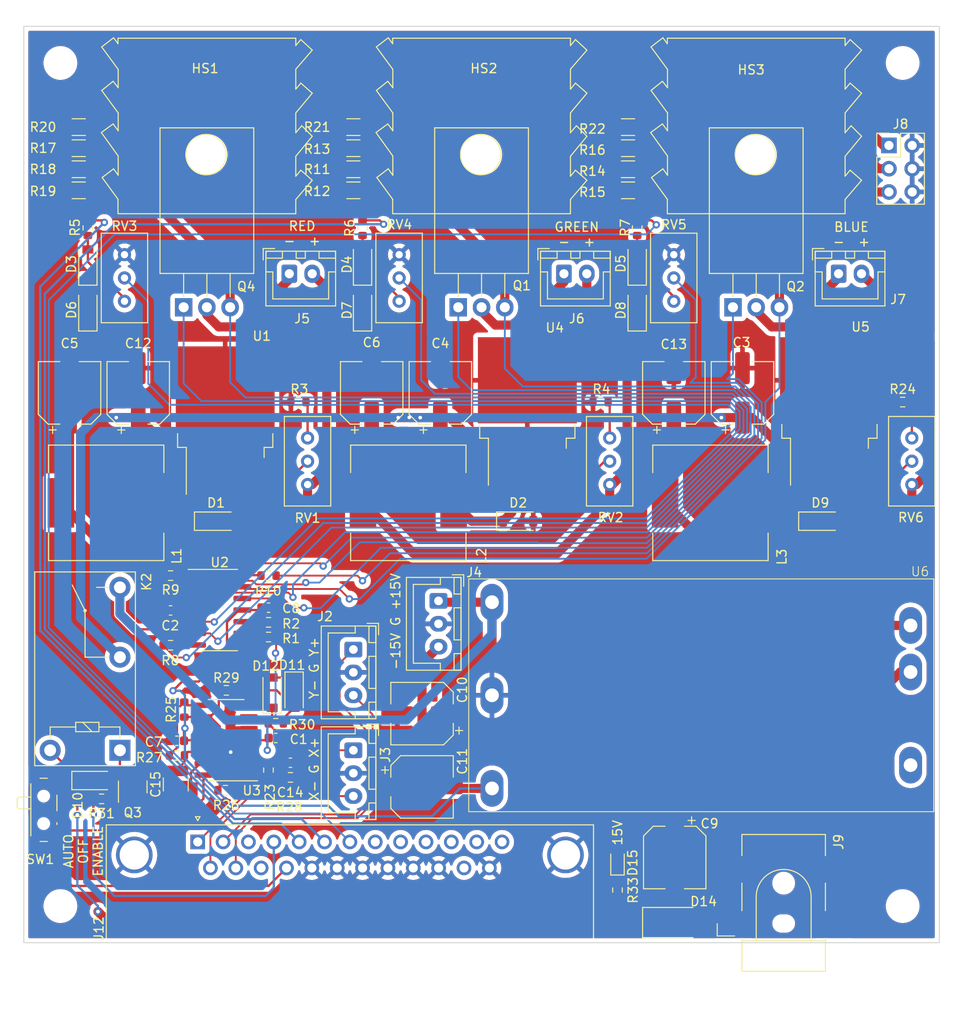
<source format=kicad_pcb>
(kicad_pcb (version 20221018) (generator pcbnew)
  (layers (0 "F.Cu" signal) (31 "B.Cu" signal) (34 "B.Paste" user) (35 "F.Paste" user) (36 "B.SilkS" user "B.Silkscreen") (37 "F.SilkS" user "F.Silkscreen") (38 "B.Mask" user) (39 "F.Mask" user) (44 "Edge.Cuts" user))
  (net 0 "")
  (net 1 "+15V")
  (net 2 "GND")
  (net 3 "+12V")
  (net 4 "Net-(U6-VIN-)")
  (net 5 "X+")
  (net 6 "Net-(U3A--)")
  (net 7 "Net-(U3D-+)")
  (net 8 "Net-(D1-K)")
  (net 9 "Net-(D2-K)")
  (net 10 "VCC")
  (net 11 "Net-(D3-K)")
  (net 12 "Net-(R8-Pad1)")
  (net 13 "Net-(R9-Pad1)")
  (net 14 "Net-(R10-Pad1)")
  (net 15 "Net-(D3-A)")
  (net 16 "Net-(D4-K)")
  (net 17 "Net-(D4-A)")
  (net 18 "Net-(D5-K)")
  (net 19 "Net-(D5-A)")
  (net 20 "-15V")
  (net 21 "Net-(D9-K)")
  (net 22 "Net-(D10-A)")
  (net 23 "Net-(D11-K)")
  (net 24 "Net-(D11-A)")
  (net 25 "Net-(D12-K)")
  (net 26 "Net-(J5-Pin_1)")
  (net 27 "V1")
  (net 28 "V2")
  (net 29 "V3")
  (net 30 "Net-(J6-Pin_1)")
  (net 31 "Net-(J7-Pin_1)")
  (net 32 "Net-(J8-Pin_1)")
  (net 33 "Net-(J8-Pin_3)")
  (net 34 "Net-(J8-Pin_5)")
  (net 35 "Y+")
  (net 37 "INTERLOCK1")
  (net 38 "RED")
  (net 39 "GREEN")
  (net 40 "BLUE")
  (net 44 "Net-(R3-Pad2)")
  (net 45 "Net-(R4-Pad2)")
  (net 46 "Net-(R23-Pad2)")
  (net 50 "X-")
  (net 51 "MOTOR_ON")
  (net 52 "Y-")
  (net 54 "INTERLOCK2")
  (net 56 "Net-(Q1-B)")
  (net 57 "Net-(Q1-E)")
  (net 58 "Net-(R24-Pad2)")
  (net 59 "Net-(Q2-B)")
  (net 60 "Net-(R25-Pad2)")
  (net 61 "Net-(Q2-E)")
  (net 62 "Net-(Q3-G)")
  (net 63 "Net-(Q4-B)")
  (net 64 "Net-(Q4-E)")
  (net 65 "Net-(U2C-+)")
  (net 66 "Net-(U3C--)")
  (net 67 "Net-(U1-FB)")
  (net 68 "Net-(U4-FB)")
  (net 69 "Net-(U2B-+)")
  (net 70 "Net-(U2A-+)")
  (net 71 "Net-(U2D-+)")
  (net 72 "Net-(U5-FB)")
  (net 73 "Net-(U2C--)")
  (net 74 "Net-(D14-A)")
  (net 76 "Net-(D15-K)")
  (footprint "Capacitor_SMD:CP_Elec_6.3x7.7" (layer "F.Cu") (at 12.5 40 90)
    (fp_text reference "C12")
    (fp_text value "220u")
  )
  (footprint "Resistor_SMD:R_1206_3216Metric" (layer "F.Cu") (at 36 13.3 180)
    (fp_text reference "R13")
    (fp_text value "10R")
  )
  (footprint "Resistor_SMD:R_0603_1608Metric" (layer "F.Cu") (at 26.725 81.16 -90)
    (fp_text reference "R23")
    (fp_text value "5k")
  )
  (footprint "Capacitor_SMD:CP_Elec_6.3x7.7" (layer "F.Cu") (at 43.5 75 180)
    (fp_text reference "C10")
    (fp_text value "220u")
  )
  (footprint "Package_TO_SOT_THT:TO-220-3_Horizontal_TabDown" (layer "F.Cu") (at 77.46 30.66)
    (fp_text reference "Q2")
    (fp_text value "TIP120")
  )
  (footprint "Package_TO_SOT_SMD:SOT-23" (layer "F.Cu") (at 11.9 83 90)
    (fp_text reference "Q3")
    (fp_text value "2N7002")
  )
  (footprint "Connector_JST:JST_XH_B3B-XH-A_1x03_P2.50mm_Vertical" (layer "F.Cu") (at 36 68 -90)
    (fp_text reference "J2")
    (fp_text value "Conn_01x03")
  )
  (footprint "Relay_THT:Relay_SPST_Omron-G5Q-1A" (layer "F.Cu") (at 10.5 79 90)
    (fp_text reference "K2")
    (fp_text value "G5Q-1A-DC12")
  )
  (footprint "Resistor_SMD:R_0603_1608Metric" (layer "F.Cu") (at 7 22 90)
    (fp_text reference "R5")
    (fp_text value "33k")
  )
  (footprint "Resistor_SMD:R_0603_1608Metric" (layer "F.Cu") (at 30 41)
    (fp_text reference "R3")
    (fp_text value "1.2k")
  )
  (footprint "Heatsink:Heatsink_AAVID_TV5G_TO220_Horizontal" (layer "F.Cu") (at 80 14 180)
    (fp_text reference "HS3")
    (fp_text value "Heatsink")
  )
  (footprint "Diode_SMD:D_SOD-123" (layer "F.Cu") (at 29.525 72.71 -90)
    (fp_text reference "D11")
    (fp_text value "1N4148W")
  )
  (footprint "Resistor_SMD:R_1206_3216Metric" (layer "F.Cu") (at 6 17.9 180)
    (fp_text reference "R19")
    (fp_text value "10R")
  )
  (footprint "Package_TO_SOT_SMD:TO-263-5_TabPin3" (layer "F.Cu") (at 22 43 90)
    (fp_text reference "U1")
    (fp_text value "LM2576S-ADJ")
  )
  (footprint "Connector_JST:JST_XH_B2B-XH-A_1x02_P2.50mm_Vertical" (layer "F.Cu") (at 59 27)
    (fp_text reference "J6")
    (fp_text value "Conn_01x02")
  )
  (footprint "Potentiometer_THT:Potentiometer_Bourns_3296W_Vertical" (layer "F.Cu") (at 31 50 -90)
    (fp_text reference "RV1")
    (fp_text value "10k")
  )
  (footprint "Potentiometer_THT:Potentiometer_Bourns_3296W_Vertical" (layer "F.Cu") (at 64 50 -90)
    (fp_text reference "RV2")
    (fp_text value "10k")
  )
  (footprint "Resistor_SMD:R_0603_1608Metric" (layer "F.Cu") (at 26.735 65.04 180)
    (fp_text reference "R2")
    (fp_text value "10k")
  )
  (footprint "Connector_PinHeader_2.54mm:PinHeader_2x03_P2.54mm_Vertical" (layer "F.Cu") (at 94.5 13)
    (fp_text reference "J8")
    (fp_text value "Conn_02x03_Odd_Even")
  )
  (footprint "Diode_SMD:D_SOD-123" (layer "F.Cu") (at 54 54)
    (fp_text reference "D2")
    (fp_text value "1N5819WS")
  )
  (footprint "Diode_SMD:D_SOD-123" (layer "F.Cu") (at 67 31 90)
    (fp_text reference "D8")
    (fp_text value "1N4148W")
  )
  (footprint "Resistor_SMD:R_0603_1608Metric" (layer "F.Cu") (at 26.735 66.64)
    (fp_text reference "R1")
    (fp_text value "10k")
  )
  (footprint "Potentiometer_THT:Potentiometer_Bourns_3296W_Vertical" (layer "F.Cu") (at 11 30 -90)
    (fp_text reference "RV3")
    (fp_text value "10k")
  )
  (footprint "Resistor_SMD:R_0603_1608Metric" (layer "F.Cu") (at 27.525 76.06 180)
    (fp_text reference "R30")
    (fp_text value "1k")
  )
  (footprint "Resistor_SMD:R_0603_1608Metric" (layer "F.Cu") (at 16.725 79.56)
    (fp_text reference "R27")
    (fp_text value "1k")
  )
  (footprint "Capacitor_SMD:C_1210_3225Metric" (layer "F.Cu") (at 16.6 82.725 90)
    (fp_text reference "C15")
    (fp_text value "47u")
  )
  (footprint "Resistor_SMD:R_1206_3216Metric" (layer "F.Cu") (at 36 17.9 180)
    (fp_text reference "R12")
    (fp_text value "10R")
  )
  (footprint "Diode_SMD:D_SMA" (layer "F.Cu") (at 71.1 97.8)
    (fp_text reference "D14")
    (fp_text value "SS54")
  )
  (footprint "Resistor_SMD:R_1206_3216Metric" (layer "F.Cu") (at 6 13.3 180)
    (fp_text reference "R17")
    (fp_text value "10R")
  )
  (footprint "Resistor_SMD:R_1206_3216Metric" (layer "F.Cu") (at 36 11)
    (fp_text reference "R21")
    (fp_text value "10R")
  )
  (footprint "Diode_SMD:D_SOD-123" (layer "F.Cu") (at 21 54)
    (fp_text reference "D1")
    (fp_text value "1N5819WS")
  )
  (footprint "Connector_BarrelJack:BarrelJack_CLIFF_FC681465S_SMT_Horizontal" (layer "F.Cu") (at 83 95 90)
    (fp_text reference "J9")
    (fp_text value "Barrel_Jack_Switch")
  )
  (footprint "MountingHole:MountingHole_3.2mm_M3" (layer "F.Cu") (at 96 96)
    (fp_text reference "H4")
    (fp_text value "MountingHole")
  )
  (footprint "Resistor_SMD:R_1206_3216Metric" (layer "F.Cu") (at 66 13.3 180)
    (fp_text reference "R16")
    (fp_text value "10R")
  )
  (footprint "Resistor_SMD:R_1206_3216Metric" (layer "F.Cu") (at 66 17.9 180)
    (fp_text reference "R15")
    (fp_text value "10R")
  )
  (footprint "MountingHole:MountingHole_3.2mm_M3" (layer "F.Cu") (at 4 4)
    (fp_text reference "H2")
    (fp_text value "MountingHole")
  )
  (footprint "Inductor_SMD:L_12x12mm_H8mm" (layer "F.Cu") (at 9 52 180)
    (fp_text reference "L1")
    (fp_text value "150uH")
  )
  (footprint "Capacitor_SMD:CP_Elec_6.3x7.7" (layer "F.Cu") (at 71.1 90.7 -90)
    (fp_text reference "C9")
    (fp_text value "220u")
  )
  (footprint "Resistor_SMD:R_0603_1608Metric" (layer "F.Cu") (at 16.035 67.54 180)
    (fp_text reference "R8")
    (fp_text value "100")
  )
  (footprint "Resistor_SMD:R_0603_1608Metric" (layer "F.Cu") (at 16.035 59.94 180)
    (fp_text reference "R9")
    (fp_text value "100")
  )
  (footprint "Diode_SMD:D_SOD-123" (layer "F.Cu") (at 67 26 90)
    (fp_text reference "D5")
    (fp_text value "1N4148W")
  )
  (footprint "Resistor_SMD:R_1206_3216Metric" (layer "F.Cu") (at 6 15.6 180)
    (fp_text reference "R18")
    (fp_text value "10R")
  )
  (footprint "Diode_SMD:D_SOD-123" (layer "F.Cu") (at 37 31 90)
    (fp_text reference "D7")
    (fp_text value "1N4148W")
  )
  (footprint "Diode_SMD:D_SOD-123" (layer "F.Cu") (at 7.5 82.3)
    (fp_text reference "D10")
    (fp_text value "1N4148W")
  )
  (footprint "Capacitor_SMD:CP_Elec_6.3x7.7" (layer "F.Cu") (at 45.5 40 90)
    (fp_text reference "C4")
    (fp_text value "220u")
  )
  (footprint "Inductor_SMD:L_12x12mm_H8mm" (layer "F.Cu") (at 42 52 180)
    (fp_text reference "L2")
    (fp_text value "150uH")
  )
  (footprint "Resistor_SMD:R_1206_3216Metric" (layer "F.Cu") (at 36 15.6 180)
    (fp_text reference "R11")
    (fp_text value "10R")
  )
  (footprint "Potentiometer_THT:Potentiometer_Bourns_3296W_Vertical" (layer "F.Cu") (at 71 30 -90)
    (fp_text reference "RV5")
    (fp_text value "10k")
  )
  (footprint "Diode_SMD:D_SOD-123" (layer "F.Cu") (at 37 26 90)
    (fp_text reference "D4")
    (fp_text value "1N4148W")
  )
  (footprint "Package_TO_SOT_THT:TO-220-3_Horizontal_TabDown" (layer "F.Cu") (at 47.46 30.66)
    (fp_text reference "Q1")
    (fp_text value "TIP120")
  )
  (footprint "Resistor_SMD:R_0603_1608Metric" (layer "F.Cu") (at 67 22 90)
    (fp_text reference "R7")
    (fp_text value "33k")
  )
  (footprint "MountingHole:MountingHole_3.2mm_M3" (layer "F.Cu") (at 4 96)
    (fp_text reference "H3")
    (fp_text value "MountingHole")
  )
  (footprint "Package_SO:SOIC-14_3.9x8.7mm_P1.27mm" (layer "F.Cu") (at 21.4 63.7)
    (fp_text reference "U2")
    (fp_text value "LM324")
  )
  (footprint "Resistor_SMD:R_0603_1608Metric" (layer "F.Cu") (at 37 22 90)
    (fp_text reference "R6")
    (fp_text value "33k")
  )
  (footprint "Potentiometer_THT:Potentiometer_Bourns_3296W_Vertical" (layer "F.Cu") (at 97 50 -90)
    (fp_text reference "RV6")
    (fp_text value "10k")
  )
  (footprint "Resistor_SMD:R_0603_1608Metric" (layer "F.Cu") (at 96 41)
    (fp_text reference "R24")
    (fp_text value "1.2k")
  )
  (footprint "MountingHole:MountingHole_3.2mm_M3" (layer "F.Cu") (at 96 4)
    (fp_text reference "H1")
    (fp_text value "MountingHole")
  )
  (footprint "Capacitor_SMD:CP_Elec_6.3x7.7" (layer "F.Cu") (at 38 40 90)
    (fp_text reference "C6")
    (fp_text value "220u")
  )
  (footprint "Connector_JST:JST_XH_B2B-XH-A_1x02_P2.50mm_Vertical" (layer "F.Cu") (at 89 27)
    (fp_text reference "J7")
    (fp_text value "Conn_01x02")
  )
  (footprint "Button_Switch_SMD:SW_SPDT_PCM12" (layer "F.Cu") (at 2.5 85.5 -90)
    (fp_text reference "SW1")
    (fp_text value "SW_SPDT")
  )
  (footprint "Resistor_SMD:R_1206_3216Metric" (layer "F.Cu") (at 66 15.6 180)
    (fp_text reference "R14")
    (fp_text value "10R")
  )
  (footprint "Capacitor_SMD:C_0603_1608Metric" (layer "F.Cu") (at 16.725 77.96 180)
    (fp_text reference "C7")
    (fp_text value "100n")
  )
  (footprint "Package_TO_SOT_THT:TO-220-3_Horizontal_TabDown" (layer "F.Cu") (at 17.46 30.66)
    (fp_text reference "Q4")
    (fp_text value "TIP120")
  )
  (footprint "Connector_JST:JST_XH_B3B-XH-A_1x03_P2.50mm_Vertical" (layer "F.Cu") (at 36 79 -90)
    (fp_text reference "J3")
    (fp_text value "Conn_01x03")
  )
  (footprint "Capacitor_SMD:CP_Elec_6.3x7.7" (layer "F.Cu") (at 43.5 83)
    (fp_text reference "C11")
    (fp_text value "220u")
  )
  (footprint "LED_SMD:LED_0603_1608Metric" (layer "F.Cu") (at 64.85 91.125 90)
    (fp_text reference "D15")
    (fp_text value "LED")
  )
  (footprint "Potentiometer_THT:Potentiometer_Bourns_3296W_Vertical" (layer "F.Cu") (at 41 30 -90)
    (fp_text reference "RV4")
    (fp_text value "10k")
  )
  (footprint "Heatsink:Heatsink_AAVID_TV5G_TO220_Horizontal" (layer "F.Cu") (at 20 14 180)
    (fp_text reference "HS1")
    (fp_text value "Heatsink")
  )
  (footprint "Resistor_SMD:R_0603_1608Metric" (layer "F.Cu") (at 22.025 83.36 180)
    (fp_text reference "R26")
    (fp_text value "1k")
  )
  (footprint "Package_SO:SOIC-14_3.9x8.7mm_P1.27mm" (layer "F.Cu") (at 22.1 77.9 180)
    (fp_text reference "U3")
    (fp_text value "LM324")
  )
  (footprint "Heatsink:Heatsink_AAVID_TV5G_TO220_Horizontal" (layer "F.Cu") (at 50 14 180)
    (fp_text reference "HS2")
    (fp_text value "Heatsink")
  )
  (footprint "Diode_SMD:D_SOD-123" (layer "F.Cu") (at 27.125 72.71 90)
    (fp_text reference "D12")
    (fp_text value "1N4148W")
  )
  (footprint "Connector_Dsub:DSUB-25_Male_Horizontal_P2.77x2.84mm_EdgePinOffset7.70mm_Housed_MountingHolesOffset9.12mm" (layer "F.Cu") (at 19 89)
    (fp_text reference "J12")
    (fp_text value "DB25_Plug_MountingHoles")
  )
  (footprint "Resistor_SMD:R_0603_1608Metric" (layer "F.Cu") (at 63 41)
    (fp_text reference "R4")
    (fp_text value "1.2k")
  )
  (footprint "Capacitor_SMD:CP_Elec_6.3x7.7" (layer "F.Cu") (at 78.5 40 90)
    (fp_text reference "C3")
    (fp_text value "220u")
  )
  (footprint "Resistor_SMD:R_1206_3216Metric" (layer "F.Cu") (at 6 11)
    (fp_text reference "R20")
    (fp_text value "10R")
  )
  (footprint "Diode_SMD:D_SOD-123" (layer "F.Cu") (at 87 54)
    (fp_text reference "D9")
    (fp_text value "1N5819WS")
  )
  (footprint "Capacitor_SMD:CP_Elec_6.3x7.7" (layer "F.Cu") (at 71 40 90)
    (fp_text reference "C13")
    (fp_text value "220u")
  )
  (footprint "Capacitor_SMD:C_0603_1608Metric" (layer "F.Cu") (at 27.525 77.66)
    (fp_text reference "C1")
    (fp_text value "100n")
  )
  (footprint "Resistor_SMD:R_1206_3216Metric" (layer "F.Cu") (at 66 11)
    (fp_text reference "R22")
    (fp_text value "10R")
  )
  (footprint "Connector_JST:JST_XH_B3B-XH-A_1x03_P2.50mm_Vertical" (layer "F.Cu") (at 45.3 62.7 -90)
    (fp_text reference "J4")
    (fp_text value "Conn_01x03")
  )
  (footprint "Inductor_SMD:L_12x12mm_H8mm" (layer "F.Cu") (at 75 52 180)
    (fp_text reference "L3")
    (fp_text value "150uH")
  )
  (footprint "Capacitor_SMD:CP_Elec_6.3x7.7" (layer "F.Cu") (at 5 40 90)
    (fp_text reference "C5")
    (fp_text value "220u")
  )
  (footprint "Diode_SMD:D_SOD-123" (layer "F.Cu") (at 7 31 90)
    (fp_text reference "D6")
    (fp_text value "1N4148W")
  )
  (footprint "Capacitor_SMD:C_0603_1608Metric" (layer "F.Cu") (at 26.735 63.44)
    (fp_text reference "C8")
    (fp_text value "100n")
  )
  (footprint "Resistor_SMD:R_0603_1608Metric" (layer "F.Cu") (at 22.125 72.46 180)
    (fp_text reference "R29")
    (fp_text value "500")
  )
  (footprint "AlexCustom:PYBE30-Q24-D15" (layer "F.Cu") (at 74 73 180)
    (fp_text reference "U6")
    (fp_text value "TEN20-2422WIN")
  )
  (footprint "Package_TO_SOT_SMD:TO-263-5_TabPin3" (layer "F.Cu") (at 88 42 90)
    (fp_text reference "U5")
    (fp_text value "LM2576S-ADJ")
  )
  (footprint "Resistor_SMD:R_0603_1608Metric" (layer "F.Cu") (at 8.5 84.3)
    (fp_text reference "R31")
    (fp_text value "100")
  )
  (footprint "Capacitor_SMD:C_0603_1608Metric" (layer "F.Cu") (at 16.035 63.74 180)
    (fp_text reference "C2")
    (fp_text value "100n")
  )
  (footprint "Resistor_SMD:R_0603_1608Metric" (layer "F.Cu") (at 64.85 94.25 -90)
    (fp_text reference "R33")
    (fp_text value "680")
  )
  (footprint "Package_TO_SOT_SMD:TO-263-5_TabPin3" (layer "F.Cu") (at 55 42 90)
    (fp_text reference "U4")
    (fp_text value "LM2576S-ADJ")
  )
  (footprint "Capacitor_SMD:C_0603_1608Metric" (layer "F.Cu") (at 29.125 80.36 180)
    (fp_text reference "C14")
    (fp_text value "2u")
  )
  (footprint "Connector_JST:JST_XH_B2B-XH-A_1x02_P2.50mm_Vertical" (layer "F.Cu") (at 29 27)
    (fp_text reference "J5")
    (fp_text value "Conn_01x02")
  )
  (footprint "Resistor_SMD:R_0603_1608Metric" (layer "F.Cu") (at 17.525 74.56 90)
    (fp_text reference "R25")
    (fp_text value "1k")
  )
  (footprint "Resistor_SMD:R_0603_1608Metric" (layer "F.Cu") (at 29.125 81.96)
    (fp_text reference "R28")
    (fp_text value "1k")
  )
  (footprint "Resistor_SMD:R_0603_1608Metric" (layer "F.Cu") (at 26.735 59.94)
    (fp_text reference "R10")
    (fp_text value "100")
  )
  (footprint "Diode_SMD:D_SOD-123" (layer "F.Cu") (at 7 26 90)
    (fp_text reference "D3")
    (fp_text value "1N4148W")
  )
  (gr_rect (start 0 0) (end 100 100) (stroke (width 0.1)) (fill none) (layer "Edge.Cuts"))
  (gr_text "X- G X+" (at 32.3 84.6 90) (layer "F.SilkS") (effects (font (size 1 1)) (justify left bottom)))
  (gr_text "-15V G +15V" (at 41.2 70.3 90) (layer "F.SilkS") (effects (font (size 1 1)) (justify left bottom)))
  (gr_text "AUTO\nOFF\nENABLE" (at 8.7 90 90) (layer "F.SilkS") (effects (font (size 1 1)) (justify bottom)))
  (gr_text "Y- G Y+" (at 32.3 73.5 90) (layer "F.SilkS") (effects (font (size 1 1)) (justify left bottom)))
  (gr_text "15V" (at 65.45 89.475 90) (layer "F.SilkS") (effects (font (size 1 1)) (justify left bottom)))
  (gr_text "BLUE\n-  +" (at 90.4 24.1) (layer "F.SilkS") (effects (font (size 1 1)) (justify bottom)))
  (gr_text "RED\n-  +" (at 30.4 24) (layer "F.SilkS") (effects (font (size 1 1)) (justify bottom)))
  (gr_text "GREEN\n-  +" (at 60.4 24.1) (layer "F.SilkS") (effects (font (size 1 1)) (justify bottom)))
  (segment (start 26.6 77.81) (end 26.6 79) (width 0.25) (layer "F.Cu") (net 1))
  (segment (start 18.885 63.74) (end 18.925 63.7) (width 0.25) (layer "F.Cu") (net 1))
  (segment (start 64.85 90.3375) (end 63.7375 90.3375) (width 0.25) (layer "F.Cu") (net 1))
  (segment (start 46.2 72.2) (end 51.14 67.26) (width 1) (layer "F.Cu") (net 1))
  (segment (start 27.56 68.34) (end 27.5 68.4) (width 0.2) (layer "F.Cu") (net 1))
  (segment (start 10.5 64.1) (end 10.5 61.22) (width 0.25) (layer "F.Cu") (net 1))
  (segment (start 63.7375 90.3375) (end 48.4 75) (width 0.25) (layer "F.Cu") (net 1))
  (segment (start 51.14 62.84) (end 45.44 62.84) (width 1) (layer "F.Cu") (net 1))
  (segment (start 12.2 65.8) (end 10.5 64.1) (width 0.25) (layer "F.Cu") (net 1))
  (segment (start 24.575 77.9) (end 26.51 77.9) (width 0.25) (layer "F.Cu") (net 1))
  (segment (start 27.56 66.64) (end 27.56 68.34) (width 0.2) (layer "F.Cu") (net 1))
  (segment (start 48.4 75) (end 46.2 75) (width 0.25) (layer "F.Cu") (net 1))
  (segment (start 16.81 64.89) (end 15.9 65.8) (width 0.25) (layer "F.Cu") (net 1))
  (segment (start 16.81 63.74) (end 18.885 63.74) (width 0.25) (layer "F.Cu") (net 1))
  (segment (start 26.75 77.66) (end 26.6 77.81) (width 0.25) (layer "F.Cu") (net 1))
  (segment (start 45.44 62.84) (end 45.3 62.7) (width 1) (layer "F.Cu") (net 1))
  (segment (start 51.14 67.26) (end 51.14 62.84) (width 1) (layer "F.Cu") (net 1))
  (segment (start 46.2 75) (end 46.2 72.2) (width 1) (layer "F.Cu") (net 1))
  (segment (start 26.51 77.9) (end 26.75 77.66) (width 0.25) (layer "F.Cu") (net 1))
  (segment (start 16.81 63.74) (end 16.81 64.89) (width 0.25) (layer "F.Cu") (net 1))
  (segment (start 15.9 65.8) (end 12.2 65.8) (width 0.25) (layer "F.Cu") (net 1))
  (via (at 26.6 79) (size 0.8) (drill 0.4) (layers "F.Cu" "B.Cu") (net 1))
  (via (at 27.5 68.4) (size 0.8) (drill 0.4) (layers "F.Cu" "B.Cu") (net 1))
  (segment (start 26.6 75.7) (end 22.1 75.7) (width 1) (layer "B.Cu") (net 1))
  (segment (start 41.8 75.7) (end 27.5 75.7) (width 1) (layer "B.Cu") (net 1))
  (segment (start 10.5 64.1) (end 10.5 61.22) (width 1) (layer "B.Cu") (net 1))
  (segment (start 27.5 75.7) (end 26.6 75.7) (width 1) (layer "B.Cu") (net 1))
  (segment (start 51.14 62.84) (end 51.14 66.36) (width 1) (layer "B.Cu") (net 1))
  (segment (start 27.5 68.4) (end 27.5 75.7) (width 0.2) (layer "B.Cu") (net 1))
  (segment (start 22.1 75.7) (end 10.5 64.1) (width 1) (layer "B.Cu") (net 1))
  (segment (start 51.14 66.36) (end 41.8 75.7) (width 1) (layer "B.Cu") (net 1))
  (segment (start 26.6 79) (end 26.6 75.7) (width 0.25) (layer "B.Cu") (net 1))
  (segment (start 19.248249 80.44) (end 18.275 81.413249) (width 0.25) (layer "F.Cu") (net 2))
  (segment (start 19.625 76.63) (end 20.23 76.63) (width 0.2) (layer "F.Cu") (net 2))
  (segment (start 19.625 80.44) (end 19.248249 80.44) (width 0.25) (layer "F.Cu") (net 2))
  (segment (start 20.975 79.825) (end 20.36 80.44) (width 0.2) (layer "F.Cu") (net 2))
  (segment (start 18.275 81.413249) (end 18.275 82.525) (width 0.25) (layer "F.Cu") (net 2))
  (segment (start 18.275 82.525) (end 16.6 84.2) (width 0.25) (layer "F.Cu") (net 2))
  (segment (start 20.975 77.375) (end 20.975 79.825) (width 0.2) (layer "F.Cu") (net 2))
  (segment (start 20.23 76.63) (end 20.975 77.375) (width 0.2) (layer "F.Cu") (net 2))
  (segment (start 20.36 80.44) (end 19.625 80.44) (width 0.2) (layer "F.Cu") (net 2))
  (via (at 22.6 79.2) (size 0.8) (drill 0.4) (layers "F.Cu" "B.Cu") (net 2))
  (segment (start 93.72 65.38) (end 71.1 88) (width 1) (layer "F.Cu") (net 3))
  (segment (start 96.86 65.44) (end 96.86 65.38) (width 1) (layer "F.Cu") (net 3))
  (segment (start 3.93 83.25) (end 4.9 83.25) (width 0.25) (layer "F.Cu") (net 3))
  (segment (start 9.1 97.6) (end 68.9 97.6) (width 1) (layer "F.Cu") (net 3))
  (segment (start 8.1 96.6) (end 9.1 97.6) (width 1) (layer "F.Cu") (net 3))
  (segment (start 2.88 79) (end 5.85 81.97) (width 0.25) (layer "F.Cu") (net 3))
  (segment (start 5.85 81.97) (end 5.85 82.3) (width 0.25) (layer "F.Cu") (net 3))
  (segment (start 4.9 83.25) (end 5.85 82.3) (width 0.25) (layer "F.Cu") (net 3))
  (segment (start 96.86 65.38) (end 93.72 65.38) (width 1) (layer "F.Cu") (net 3))
  (segment (start 68.9 97.6) (end 69.1 97.8) (width 1) (layer "F.Cu") (net 3))
  (segment (start 5.85 82.3) (end 5.85 86.05) (width 0.25) (layer "F.Cu") (net 3))
  (segment (start 69.1 90) (end 71.1 88) (width 1) (layer "F.Cu") (net 3))
  (segment (start 69.1 97.8) (end 69.1 90) (width 1) (layer "F.Cu") (net 3))
  (via (at 8.1 96.6) (size 0.8) (drill 0.4) (layers "F.Cu" "B.Cu") (net 3))
  (via (at 5.85 86.05) (size 0.8) (drill 0.4) (layers "F.Cu" "B.Cu") (net 3))
  (segment (start 5.85 86.05) (end 5.85 93.75) (width 0.25) (layer "B.Cu") (net 3))
  (segment (start 5.85 93.75) (end 8.1 96) (width 0.25) (layer "B.Cu") (net 3))
  (segment (start 8.1 96) (end 8.1 96.6) (width 0.25) (layer "B.Cu") (net 3))
  (segment (start 85.3 80.9) (end 85.3 88.8) (width 1) (layer "F.Cu") (net 4))
  (segment (start 85.3 88.8) (end 88.5 92) (width 1) (layer "F.Cu") (net 4))
  (segment (start 88.5 92) (end 88.5 98) (width 1) (layer "F.Cu") (net 4))
  (segment (start 95.74 70.46) (end 85.3 80.9) (width 1) (layer "F.Cu") (net 4))
  (segment (start 75.7 88.8) (end 85.3 88.8) (width 1) (layer "F.Cu") (net 4))
  (segment (start 71.1 93.4) (end 75.7 88.8) (width 1) (layer "F.Cu") (net 4))
  (segment (start 96.86 70.46) (end 95.74 70.46) (width 1) (layer "F.Cu") (net 4))
  (segment (start 30 83.5) (end 30.8 82.7) (width 0.2) (layer "F.Cu") (net 5))
  (segment (start 31.26 79) (end 36 79) (width 0.2) (layer "F.Cu") (net 5))
  (segment (start 30.8 81.26) (end 29.9 80.36) (width 0.2) (layer "F.Cu") (net 5))
  (segment (start 30.8 82.7) (end 30.8 81.26) (width 0.2) (layer "F.Cu") (net 5))
  (segment (start 29.9 80.36) (end 31.26 79) (width 0.2) (layer "F.Cu") (net 5))
  (segment (start 19 89) (end 24.5 83.5) (width 0.2) (layer "F.Cu") (net 5))
  (segment (start 24.5 83.5) (end 30 83.5) (width 0.2) (layer "F.Cu") (net 5))
  (segment (start 26.62 80.44) (end 26.725 80.335) (width 0.25) (layer "F.Cu") (net 6))
  (segment (start 24.575 80.44) (end 26.62 80.44) (width 0.25) (layer "F.Cu") (net 6))
  (segment (start 26.725 80.335) (end 28.325 80.335) (width 0.25) (layer "F.Cu") (net 6))
  (segment (start 28.325 80.335) (end 28.35 80.36) (width 0.25) (layer "F.Cu") (net 6))
  (segment (start 17.94 79.17) (end 17.55 79.56) (width 0.25) (layer "F.Cu") (net 7))
  (segment (start 19.625 79.17) (end 17.94 79.17) (width 0.25) (layer "F.Cu") (net 7))
  (segment (start 17.55 80.3) (end 16.6 81.25) (width 0.25) (layer "F.Cu") (net 7))
  (segment (start 17.55 79.56) (end 17.55 80.3) (width 0.25) (layer "F.Cu") (net 7))
  (segment (start 19.35 54) (end 15.95 54) (width 1) (layer "F.Cu") (net 8))
  (segment (start 20.3 48.775) (end 20.3 53.05) (width 1) (layer "F.Cu") (net 8))
  (segment (start 15.95 54) (end 13.95 52) (width 1) (layer "F.Cu") (net 8))
  (segment (start 20.3 53.05) (end 19.35 54) (width 1) (layer "F.Cu") (net 8))
  (segment (start 53.3 53.05) (end 52.35 54) (width 1) (layer "F.Cu") (net 9))
  (segment (start 53.3 47.775) (end 53.3 53.05) (width 1) (layer "F.Cu") (net 9))
  (segment (start 52.35 54) (end 48.95 54) (width 1) (layer "F.Cu") (net 9))
  (segment (start 48.95 54) (end 46.95 52) (width 1) (layer "F.Cu") (net 9))
  (segment (start 12.525 42.7) (end 18.6 48.775) (width 1) (layer "F.Cu") (net 10))
  (segment (start 78.5 42.7) (end 79.525 42.7) (width 1) (layer "F.Cu") (net 10))
  (segment (start 78.5 42.7) (end 76.2 42.7) (width 1) (layer "F.Cu") (net 10))
  (segment (start 12.5 42.7) (end 10.1 42.7) (width 1) (layer "F.Cu") (net 10))
  (segment (start 79.525 42.7) (end 84.6 47.775) (width 1) (layer "F.Cu") (net 10))
  (segment (start 45.5 42.7) (end 46.525 42.7) (width 1) (layer "F.Cu") (net 10))
  (segment (start 46.525 42.7) (end 51.6 47.775) (width 1) (layer "F.Cu") (net 10))
  (segment (start 45.5 42.7) (end 43.3 42.7) (width 1) (layer "F.Cu") (net 10))
  (segment (start 12.5 42.7) (end 12.525 42.7) (width 1) (layer "F.Cu") (net 10))
  (segment (start 43.3 42.7) (end 40.9 42.7) (width 1) (layer "F.Cu") (net 10))
  (via (at 43.3 42.7) (size 0.8) (drill 0.4) (layers "F.Cu" "B.Cu") (net 10))
  (via (at 40.9 42.7) (size 0.8) (drill 0.4) (layers "F.Cu" "B.Cu") (net 10))
  (via (at 76.2 42.7) (size 0.8) (drill 0.4) (layers "F.Cu" "B.Cu") (net 10))
  (via (at 10.1 42.7) (size 0.8) (drill 0.4) (layers "F.Cu" "B.Cu") (net 10))
  (via (at 42.109709 42.674914) (size 0.8) (drill 0.4) (layers "F.Cu" "B.Cu") (net 10))
  (segment (start 43.3 42.7) (end 42.134795 42.7) (width 1) (layer "B.Cu") (net 10))
  (segment (start 40.925086 42.674914) (end 40.9 42.7) (width 1) (layer "B.Cu") (net 10))
  (segment (start 7.9 42.7) (end 6.2 44.4) (width 1) (layer "B.Cu") (net 10))
  (segment (start 7.9 42.7) (end 10.1 42.7) (width 1) (layer "B.Cu") (net 10))
  (segment (start 6.2 64.54) (end 10.5 68.84) (width 1) (layer "B.Cu") (net 10))
  (segment (start 42.109709 42.674914) (end 40.925086 42.674914) (width 1) (layer "B.Cu") (net 10))
  (segment (start 6.2 44.4) (end 6.2 64.54) (width 1) (layer "B.Cu") (net 10))
  (segment (start 42.134795 42.7) (end 42.109709 42.674914) (width 1) (layer "B.Cu") (net 10))
  (segment (start 40.9 42.7) (end 10.1 42.7) (width 1) (layer "B.Cu") (net 10))
  (segment (start 43.3 42.7) (end 76.2 42.7) (width 1) (layer "B.Cu") (net 10))
  (segment (start 7 27.65) (end 7 29.35) (width 0.25) (layer "F.Cu") (net 11))
  (segment (start 16.86 67.54) (end 18.895 67.54) (width 0.25) (layer "F.Cu") (net 12))
  (segment (start 18.895 67.54) (end 18.925 67.51) (width 0.25) (layer "F.Cu") (net 12))
  (segment (start 18.875 59.94) (end 18.925 59.89) (width 0.25) (layer "F.Cu") (net 13))
  (segment (start 16.86 59.94) (end 18.875 59.94) (width 0.25) (layer "F.Cu") (net 13))
  (segment (start 25.86 59.89) (end 25.91 59.94) (width 0.25) (layer "F.Cu") (net 14))
  (segment (start 23.875 59.89) (end 25.86 59.89) (width 0.25) (layer "F.Cu") (net 14))
  (segment (start 11 30) (end 11 29.7) (width 0.25) (layer "F.Cu") (net 15))
  (segment (start 7 22.825) (end 7 24.35) (width 0.25) (layer "F.Cu") (net 15))
  (segment (start 7 25.7) (end 7 24.35) (width 0.25) (layer "F.Cu") (net 15))
  (segment (start 11 29.7) (end 7 25.7) (width 0.25) (layer "F.Cu") (net 15))
  (segment (start 37 27.65) (end 37 29.35) (width 0.25) (layer "F.Cu") (net 16))
  (segment (start 37 24.35) (end 37 25.6) (width 0.25) (layer "F.Cu") (net 17))
  (segment (start 37 25.6) (end 41 29.6) (width 0.25) (layer "F.Cu") (net 17))
  (segment (start 37 22.825) (end 37 24.35) (width 0.25) (layer "F.Cu") (net 17))
  (segment (start 41 29.6) (end 41 30) (width 0.25) (layer "F.Cu") (net 17))
  (segment (start 67 27.65) (end 67 29.35) (width 0.25) (layer "F.Cu") (net 18))
  (segment (start 71 29.5) (end 71 30) (width 0.25) (layer "F.Cu") (net 19))
  (segment (start 67 25.5) (end 71 29.5) (width 0.25) (layer "F.Cu") (net 19))
  (segment (start 67 22.825) (end 67 24.35) (width 0.25) (layer "F.Cu") (net 19))
  (segment (start 67 24.35) (end 67 25.5) (width 0.25) (layer "F.Cu") (net 19))
  (segment (start 43.5 69.5) (end 43.5 80.3) (width 1) (layer "F.Cu") (net 20))
  (segment (start 19.1 71.5) (end 22.2 68.4) (width 0.25) (layer "F.Cu") (net 20))
  (segment (start 16.3 72.5) (end 17.3 71.5) (width 0.25) (layer "F.Cu") (net 20))
  (segment (start 17.5 77.96) (end 17.5 76.7) (width 0.25) (layer "F.Cu") (net 20))
  (segment (start 22.2 68.4) (end 22.2 64.998249) (width 0.25) (layer "F.Cu") (net 20))
  (segment (start 23.498249 63.7) (end 23.875 63.7) (width 0.25) (layer "F.Cu") (net 20))
  (segment (start 17.3 71.5) (end 19.1 71.5) (width 0.25) (layer "F.Cu") (net 20))
  (segment (start 17.56 77.9) (end 17.5 77.96) (width 0.25) (layer "F.Cu") (net 20))
  (segment (start 46.36 83.16) (end 46.2 83) (width 1) (layer "F.Cu") (net 20))
  (segment (start 43.5 80.3) (end 46.2 83) (width 1) (layer "F.Cu") (net 20))
  (segment (start 23.875 63.7) (end 25.7 63.7) (width 0.25) (layer "F.Cu") (net 20))
  (segment (start 22.2 64.998249) (end 23.498249 63.7) (width 0.25) (layer "F.Cu") (net 20))
  (segment (start 51.14 83.16) (end 46.36 83.16) (width 1) (layer "F.Cu") (net 20))
  (segment (start 45.3 67.7) (end 43.5 69.5) (width 1) (layer "F.Cu") (net 20))
  (segment (start 17.5 76.7) (end 17.6 76.6) (width 0.25) (layer "F.Cu") (net 20))
  (segment (start 19.625 77.9) (end 17.56 77.9) (width 0.25) (layer "F.Cu") (net 20))
  (segment (start 25.7 63.7) (end 25.96 63.44) (width 0.25) (layer "F.Cu") (net 20))
  (via (at 17.6 76.6) (size 0.8) (drill 0.4) (layers "F.Cu" "B.Cu") (net 20))
  (via (at 16.3 72.5) (size 0.8) (drill 0.4) (layers "F.Cu" "B.Cu") (net 20))
  (segment (start 44.6 86.2) (end 47.64 83.16) (width 0.25) (layer "B.Cu") (net 20))
  (segment (start 34.410991 86.2) (end 44.6 86.2) (width 0.25) (layer "B.Cu") (net 20))
  (segment (start 17.6 73) (end 17.6 76.6) (width 0.25) (layer "B.Cu") (net 20))
  (segment (start 17.6 79.89896) (end 22.75052 85.04948) (width 0.25) (layer "B.Cu") (net 20))
  (segment (start 17.6 76.6) (end 17.6 79.89896) (width 0.25) (layer "B.Cu") (net 20))
  (segment (start 16.3 72.5) (end 17.1 72.5) (width 0.25) (layer "B.Cu") (net 20))
  (segment (start 17.1 72.5) (end 17.6 73) (width 0.25) (layer "B.Cu") (net 20))
  (segment (start 22.75052 85.04948) (end 33.260471 85.04948) (width 0.25) (layer "B.Cu") (net 20))
  (segment (start 47.64 83.16) (end 51.14 83.16) (width 0.25) (layer "B.Cu") (net 20))
  (segment (start 33.260471 85.04948) (end 34.410991 86.2) (width 0.25) (layer "B.Cu") (net 20))
  (segment (start 86.3 53.05) (end 85.35 54) (width 1) (layer "F.Cu") (net 21))
  (segment (start 84.5 54) (end 85.35 54) (width 1) (layer "F.Cu") (net 21))
  (segment (start 79.95 52) (end 82.5 52) (width 1) (layer "F.Cu") (net 21))
  (segment (start 86.3 47.775) (end 86.3 53.05) (width 1) (layer "F.Cu") (net 21))
  (segment (start 82.5 52) (end 84.5 54) (width 1) (layer "F.Cu") (net 21))
  (segment (start 9.15 82.3) (end 11.6625 82.3) (width 0.25) (layer "F.Cu") (net 22))
  (segment (start 11.6625 82.3) (end 11.9 82.0625) (width 0.25) (layer "F.Cu") (net 22))
  (segment (start 10.5 80.6625) (end 11.9 82.0625) (width 0.25) (layer "F.Cu") (net 22))
  (segment (start 10.5 79) (end 10.5 80.6625) (width 0.25) (layer "F.Cu") (net 22))
  (segment (start 22.84 71.06) (end 27.125 71.06) (width 0.25) (layer "F.Cu") (net 23))
  (segment (start 22.1 71.8) (end 22.84 71.06) (width 0.25) (layer "F.Cu") (net 23))
  (segment (start 27.125 71.06) (end 29.525 71.06) (width 0.25) (layer "F.Cu") (net 23))
  (segment (start 22.1 73.027462) (end 22.1 71.8) (width 0.25) (layer "F.Cu") (net 23))
  (segment (start 24.575 74.09) (end 23.162538 74.09) (width 0.25) (layer "F.Cu") (net 23))
  (segment (start 23.162538 74.09) (end 22.1 73.027462) (width 0.25) (layer "F.Cu") (net 23))
  (segment (start 22.95 72.46) (end 27.625 72.46) (width 0.25) (layer "F.Cu") (net 24))
  (segment (start 28.35 75.535) (end 29.525 74.36) (width 0.25) (layer "F.Cu") (net 24))
  (segment (start 28.35 76.06) (end 28.35 75.535) (width 0.25) (layer "F.Cu") (net 24))
  (segment (start 27.625 72.46) (end 29.525 74.36) (width 0.25) (layer "F.Cu") (net 24))
  (segment (start 27.125 75.635) (end 26.7 76.06) (width 0.25) (layer "F.Cu") (net 25))
  (segment (start 27.525 76.885) (end 26.7 76.06) (width 0.25) (layer "F.Cu") (net 25))
  (segment (start 27.125 74.36) (end 27.125 75.635) (width 0.25) (layer "F.Cu") (net 25))
  (segment (start 27.525 78.225) (end 27.525 76.885) (width 0.25) (layer "F.Cu") (net 25))
  (segment (start 26 75.36) (end 26.7 76.06) (width 0.25) (layer "F.Cu") (net 25))
  (segment (start 29.125 81.135) (end 29.125 79.825) (width 0.25) (layer "F.Cu") (net 25))
  (segment (start 29.95 81.96) (end 29.125 81.135) (width 0.25) (layer "F.Cu") (net 25))
  (segment (start 29.125 79.825) (end 27.525 78.225) (width 0.25) (layer "F.Cu") (net 25))
  (segment (start 24.575 75.36) (end 26 75.36) (width 0.25) (layer "F.Cu") (net 25))
  (segment (start 21.3 32.8) (end 23.8 32.8) (width 1) (layer "F.Cu") (net 26))
  (segment (start 29 27.6) (end 29 27) (width 1) (layer "F.Cu") (net 26))
  (segment (start 20 31.5) (end 21.3 32.8) (width 1) (layer "F.Cu") (net 26))
  (segment (start 20 30.66) (end 20 31.5) (width 1) (layer "F.Cu") (net 26))
  (segment (start 23.8 32.8) (end 29 27.6) (width 1) (layer "F.Cu") (net 26))
  (segment (start 31.5 50) (end 33.1 48.4) (width 1) (layer "F.Cu") (net 27))
  (segment (start 5 51.05) (end 4.05 52) (width 1) (layer "F.Cu") (net 27))
  (segment (start 4.05 52) (end 9.05 57) (width 1) (layer "F.Cu") (net 27))
  (segment (start 31 51.7) (end 31 50) (width 1) (layer "F.Cu") (net 27))
  (segment (start 9.05 57) (end 25.7 57) (width 1) (layer "F.Cu") (net 27))
  (segment (start 33.1 28.6) (end 31.5 27) (width 1) (layer "F.Cu") (net 27))
  (segment (start 33.1 48.4) (end 33.1 28.6) (width 1) (layer "F.Cu") (net 27))
  (segment (start 25.7 57) (end 31 51.7) (width 1) (layer "F.Cu") (net 27))
  (segment (start 5 42.7) (end 5 51.05) (width 1) (layer "F.Cu") (net 27))
  (segment (start 31 50) (end 31.5 50) (width 1) (layer "F.Cu") (net 27))
  (segment (start 64.3 50) (end 65.9 48.4) (width 1) (layer "F.Cu") (net 28))
  (segment (start 38 51.05) (end 37.05 52) (width 1) (layer "F.Cu") (net 28))
  (segment (start 42.55 57.5) (end 58.3 57.5) (width 1) (layer "F.Cu") (net 28))
  (segment (start 37.05 52) (end 42.55 57.5) (width 1) (layer "F.Cu") (net 28))
  (segment (start 64 51.8) (end 64 50) (width 1) (layer "F.Cu") (net 28))
  (segment (start 58.3 57.5) (end 64 51.8) (width 1) (layer "F.Cu") (net 28))
  (segment (start 65.9 36) (end 61.5 31.6) (width 1) (layer "F.Cu") (net 28))
  (segment (start 61.5 31.6) (end 61.5 27) (width 1) (layer "F.Cu") (net 28))
  (segment (start 65.9 48.4) (end 65.9 36) (width 1) (layer "F.Cu") (net 28))
  (segment (start 64 50) (end 64.3 50) (width 1) (layer "F.Cu") (net 28))
  (segment (start 38 42.7) (end 38 51.05) (width 1) (layer "F.Cu") (net 28))
  (segment (start 70.05 52) (end 75.85 57.8) (width 1) (layer "F.Cu") (net 29))
  (segment (start 97 52.1) (end 97 50) (width 1) (layer "F.Cu") (net 29))
  (segment (start 97.5 50) (end 99 48.5) (width 1) (layer "F.Cu") (net 29))
  (segment (start 91.3 57.8) (end 97 52.1) (width 1) (layer "F.Cu") (net 29))
  (segment (start 99 48.5) (end 99 34.5) (width 1) (layer "F.Cu") (net 29))
  (segment (start 99 34.5) (end 91.5 27) (width 1) (layer "F.Cu") (net 29))
  (segment (start 97 50) (end 97.5 50) (width 1) (layer "F.Cu") (net 29))
  (segment (start 71 42.7) (end 71 51.05) (width 1) (layer "F.Cu") (net 29))
  (segment (start 75.85 57.8) (end 91.3 57.8) (width 1) (layer "F.Cu") (net 29))
  (segment (start 71 51.05) (end 70.05 52) (width 1) (layer "F.Cu") (net 29))
  (segment (start 50 31.1) (end 51.5 32.6) (width 1) (layer "F.Cu") (net 30))
  (segment (start 59 27.9) (end 59 27) (width 1) (layer "F.Cu") (net 30))
  (segment (start 54.3 32.6) (end 59 27.9) (width 1) (layer "F.Cu") (net 30))
  (segment (start 51.5 32.6) (end 54.3 32.6) (width 1) (layer "F.Cu") (net 30))
  (segment (start 50 30.66) (end 50 31.1) (width 1) (layer "F.Cu") (net 30))
  (segment (start 83.6 32.8) (end 89 27.4) (width 1) (layer "F.Cu") (net 31))
  (segment (start 89 27.4) (end 89 27) (width 1) (layer "F.Cu") (net 31))
  (segment (start 80 31.1) (end 81.7 32.8) (width 1) (layer "F.Cu") (net 31))
  (segment (start 81.7 32.8) (end 83.6 32.8) (width 1) (layer "F.Cu") (net 31))
  (segment (start 80 30.66) (end 80 31.1) (width 1) (layer "F.Cu") (net 31))
  (segment (start 4.5375 13.3) (end 4.5375 15.6) (width 1) (layer "F.Cu") (net 32))
  (segment (start 4.5375 11) (end 4.5375 9.8625) (width 1) (layer "F.Cu") (net 32))
  (segment (start 4.5375 17.9) (end 4.5375 15.6) (width 1) (layer "F.Cu") (net 32))
  (segment (start 4.5375 9.8625) (end 10 4.4) (width 1) (layer "F.Cu") (net 32))
  (segment (start 10 4.4) (end 85.3 4.4) (width 1) (layer "F.Cu") (net 32))
  (segment (start 93.9 13) (end 94.5 13) (width 1) (layer "F.Cu") (net 32))
  (segment (start 85.3 4.4) (end 93.9 13) (width 1) (layer "F.Cu") (net 32))
  (segment (start 4.5375 11) (end 4.5375 13.3) (width 1) (layer "F.Cu") (net 32))
  (segment (start 93.34 15.54) (end 84.2 6.4) (width 1) (layer "F.Cu") (net 33))
  (segment (start 34.5375 11) (end 34.5375 13.3) (width 1) (layer "F.Cu") (net 33))
  (segment (start 36 6.4) (end 34.5375 7.8625) (width 1) (layer "F.Cu") (net 33))
  (segment (start 34.5375 7.8625) (end 34.5375 11) (width 1) (layer "F.Cu") (net 33))
  (segment (start 34.5375 17.9) (end 34.5375 15.6) (width 1) (layer "F.Cu") (net 33))
  (segment (start 34.5375 13.3) (end 34.5375 15.6) (width 1) (layer "F.Cu") (net 33))
  (segment (start 94.5 15.54) (end 93.34 15.54) (width 1) (layer "F.Cu") (net 33))
  (segment (start 84.2 6.4) (end 36 6.4) (width 1) (layer "F.Cu") (net 33))
  (segment (start 65.6 8.3) (end 83.2 8.3) (width 1) (layer "F.Cu") (net 34))
  (segment (start 64.5375 11) (end 64.5375 9.3625) (width 1) (layer "F.Cu") (net 34))
  (segment (start 83.2 8.3) (end 92.98 18.08) (width 1) (layer "F.Cu") (net 34))
  (segment (start 64.5375 9.3625) (end 65.6 8.3) (width 1) (layer "F.Cu") (net 34))
  (segment (start 64.5375 15.6) (end 64.5375 17.9) (width 1) (layer "F.Cu") (net 34))
  (segment (start 64.5375 11) (end 64.5375 13.3) (width 1) (layer "F.Cu") (net 34))
  (segment (start 92.98 18.08) (end 94.5 18.08) (width 1) (layer "F.Cu") (net 34))
  (segment (start 64.5375 13.3) (end 64.5375 15.6) (width 1) (layer "F.Cu") (net 34))
  (segment (start 36.3 86) (end 24.77 86) (width 0.2) (layer "F.Cu") (net 35))
  (segment (start 36 68) (end 34.5 69.5) (width 0.2) (layer "F.Cu") (net 35))
  (segment (start 24.77 86) (end 21.77 89) (width 0.2) (layer "F.Cu") (net 35))
  (segment (start 37.7 77.1) (end 37.7 84.6) (width 0.2) (layer "F.Cu") (net 35))
  (segment (start 34.5 73.9) (end 37.7 77.1) (width 0.2) (layer "F.Cu") (net 35))
  (segment (start 34.5 69.5) (end 34.5 73.9) (width 0.2) (layer "F.Cu") (net 35))
  (segment (start 37.7 84.6) (end 36.3 86) (width 0.2) (layer "F.Cu") (net 35))
  (segment (start 7.6 84.375) (end 7.6 86) (width 0.25) (layer "F.Cu") (net 37))
  (segment (start 7.675 84.3) (end 7.6 84.375) (width 0.25) (layer "F.Cu") (net 37))
  (via (at 7.6 86) (size 0.8) (drill 0.4) (layers "F.Cu" "B.Cu") (net 37))
  (segment (start 27.31 93.99) (end 27.31 89) (width 0.25) (layer "B.Cu") (net 37))
  (segment (start 7.6 86) (end 7.6 92.6) (width 0.25) (layer "B.Cu") (net 37))
  (segment (start 26.4 94.9) (end 27.31 93.99) (width 0.25) (layer "B.Cu") (net 37))
  (segment (start 7.6 92.6) (end 9.9 94.9) (width 0.25) (layer "B.Cu") (net 37))
  (segment (start 9.9 94.9) (end 26.4 94.9) (width 0.25) (layer "B.Cu") (net 37))
  (segment (start 8.575 21.175) (end 8.8 21.4) (width 0.25) (layer "F.Cu") (net 38))
  (segment (start 7 21.175) (end 8.575 21.175) (width 0.25) (layer "F.Cu") (net 38))
  (via (at 8.8 21.4) (size 0.8) (drill 0.4) (layers "F.Cu" "B.Cu") (net 38))
  (segment (start 8.8 21.4) (end 1.8 28.4) (width 0.25) (layer "B.Cu") (net 38))
  (segment (start 1.8 65.937436) (end 22.862564 87) (width 0.25) (layer "B.Cu") (net 38))
  (segment (start 28.08 87) (end 30.08 89) (width 0.25) (layer "B.Cu") (net 38))
  (segment (start 22.862564 87) (end 28.08 87) (width 0.25) (layer "B.Cu") (net 38))
  (segment (start 1.8 28.4) (end 1.8 65.937436) (width 0.25) (layer "B.Cu") (net 38))
  (segment (start 38.875 21.175) (end 39.3 21.6) (width 0.25) (layer "F.Cu") (net 39))
  (segment (start 37 21.175) (end 38.875 21.175) (width 0.25) (layer "F.Cu") (net 39))
  (via (at 39.3 21.6) (size 0.8) (drill 0.4) (layers "F.Cu" "B.Cu") (net 39))
  (segment (start 39.3 21.6) (end 9.9 21.6) (width 0.25) (layer "B.Cu") (net 39))
  (segment (start 30.35 86.5) (end 32.85 89) (width 0.25) (layer "B.Cu") (net 39))
  (segment (start 9.9 21.6) (end 2.3 29.2) (width 0.25) (layer "B.Cu") (net 39))
  (segment (start 2.3 29.2) (end 2.3 65.80104) (width 0.25) (layer "B.Cu") (net 39))
  (segment (start 22.99896 86.5) (end 30.35 86.5) (width 0.25) (layer "B.Cu") (net 39))
  (segment (start 2.3 65.80104) (end 22.99896 86.5) (width 0.25) (layer "B.Cu") (net 39))
  (segment (start 68.575 21.175) (end 69.1 21.7) (width 0.25) (layer "F.Cu") (net 40))
  (segment (start 67 21.175) (end 68.575 21.175) (width 0.25) (layer "F.Cu") (net 40))
  (via (at 69.089168 21.659117) (size 0.8) (drill 0.4) (layers "F.Cu" "B.Cu") (net 40))
  (segment (start 9.9 22.7) (end 2.725 29.875) (width 0.2) (layer "B.Cu") (net 40))
  (segment (start 2.725 29.875) (end 2.725 65.625) (width 0.2) (layer "B.Cu") (net 40))
  (segment (start 32.52 85.9) (end 35.62 89) (width 0.2) (layer "B.Cu") (net 40))
  (segment (start 23 85.9) (end 32.52 85.9) (width 0.2) (layer "B.Cu") (net 40))
  (segment (start 68.048285 22.7) (end 9.9 22.7) (width 0.2) (layer "B.Cu") (net 40))
  (segment (start 69.089168 21.659117) (end 68.048285 22.7) (width 0.2) (layer "B.Cu") (net 40))
  (segment (start 2.725 65.625) (end 23 85.9) (width 0.2) (layer "B.Cu") (net 40))
  (segment (start 30.825 41) (end 31 41.175) (width 0.25) (layer "F.Cu") (net 44))
  (segment (start 31 41.175) (end 31 44.92) (width 0.25) (layer "F.Cu") (net 44))
  (segment (start 64 41.175) (end 64 44.92) (width 0.25) (layer "F.Cu") (net 45))
  (segment (start 63.825 41) (end 64 41.175) (width 0.25) (layer "F.Cu") (net 45))
  (segment (start 24.575 81.71) (end 26.45 81.71) (width 0.25) (layer "F.Cu") (net 46))
  (segment (start 26.725 81.985) (end 28.275 81.985) (width 0.25) (layer "F.Cu") (net 46))
  (segment (start 22.85 83.36) (end 22.925 83.36) (width 0.25) (layer "F.Cu") (net 46))
  (segment (start 22.925 83.36) (end 24.575 81.71) (width 0.25) (layer "F.Cu") (net 46))
  (segment (start 26.45 81.71) (end 26.725 81.985) (width 0.25) (layer "F.Cu") (net 46))
  (segment (start 28.275 81.985) (end 28.3 81.96) (width 0.25) (layer "F.Cu") (net 46))
  (segment (start 24.7 84) (end 20.385 88.315) (width 0.2) (layer "F.Cu") (net 50))
  (segment (start 20.385 88.315) (end 20.385 91.84) (width 0.2) (layer "F.Cu") (net 50))
  (segment (start 36 84) (end 24.7 84) (width 0.2) (layer "F.Cu") (net 50))
  (segment (start 19.625 84.275) (end 16.15 87.75) (width 0.25) (layer "F.Cu") (net 51))
  (segment (start 19.625 81.71) (end 19.625 84.275) (width 0.25) (layer "F.Cu") (net 51))
  (segment (start 16.15 87.75) (end 3.93 87.75) (width 0.25) (layer "F.Cu") (net 51))
  (segment (start 36 73) (end 38.1 75.1) (width 0.2) (layer "F.Cu") (net 52))
  (segment (start 36.465685 86.4) (end 25 86.4) (width 0.2) (layer "F.Cu") (net 52))
  (segment (start 23.155 88.245) (end 23.155 91.84) (width 0.2) (layer "F.Cu") (net 52))
  (segment (start 25 86.4) (end 23.155 88.245) (width 0.2) (layer "F.Cu") (net 52))
  (segment (start 38.1 75.1) (end 38.1 84.765686) (width 0.2) (layer "F.Cu") (net 52))
  (segment (start 38.1 84.765686) (end 36.465685 86.4) (width 0.2) (layer "F.Cu") (net 52))
  (segment (start 26.735 93.8) (end 28.695 91.84) (width 0.25) (layer "F.Cu") (net 54))
  (segment (start 1.1 87.6) (end 2 88.5) (width 0.25) (layer "F.Cu") (net 54))
  (segment (start 5.3 93.8) (end 26.735 93.8) (width 0.25) (layer "F.Cu") (net 54))
  (segment (start 3.93 86.25) (end 3.48 85.8) (width 0.25) (layer "F.Cu") (net 54))
  (segment (start 1.1 86.6) (end 1.1 87.6) (width 0.25) (layer "F.Cu") (net 54))
  (segment (start 3.48 85.8) (end 1.9 85.8) (width 0.25) (layer "F.Cu") (net 54))
  (segment (start 1.9 85.8) (end 1.1 86.6) (width 0.25) (layer "F.Cu") (net 54))
  (segment (start 2 90.5) (end 5.3 93.8) (width 0.25) (layer "F.Cu") (net 54))
  (segment (start 2 88.5) (end 2 90.5) (width 0.25) (layer "F.Cu") (net 54))
  (segment (start 32.4 58.6) (end 32.7 58.9) (width 0.2) (layer "F.Cu") (net 56))
  (segment (start 15.21 59.94) (end 16.55 58.6) (width 0.2) (layer "F.Cu") (net 56))
  (segment (start 16.55 58.6) (end 32.4 58.6) (width 0.2) (layer "F.Cu") (net 56))
  (via (at 32.7 58.9) (size 0.8) (drill 0.4) (layers "F.Cu" "B.Cu") (net 56))
  (segment (start 79.4 41.53726) (end 79.4 44.462744) (width 0.2) (layer "B.Cu") (net 56))
  (segment (start 35.8 55.8) (end 68.062744 55.8) (width 0.2) (layer "B.Cu") (net 56))
  (segment (start 77.562744 39.700001) (end 79.4 41.53726) (width 0.2) (layer "B.Cu") (net 56))
  (segment (start 79.4 44.462744) (end 68.062744 55.8) (width 0.2) (layer "B.Cu") (net 56))
  (segment (start 47.46 38.26) (end 48.9 39.7) (width 0.2) (layer "B.Cu") (net 56))
  (segment (start 47.46 30.66) (end 47.46 38.26) (width 0.2) (layer "B.Cu") (net 56))
  (segment (start 48.9 39.7) (end 77.562744 39.700001) (width 0.2) (layer "B.Cu") (net 56))
  (segment (start 35.8 55.8) (end 32.7 58.9) (width 0.2) (layer "B.Cu") (net 56))
  (segment (start 25 60.5) (end 25.4 60.9) (width 0.2) (layer "F.Cu") (net 57))
  (segment (start 21.5 60.5) (end 25 60.5) (width 0.2) (layer "F.Cu") (net 57))
  (segment (start 37.4625 17.9) (end 43.6 17.9) (width 1) (layer "F.Cu") (net 57))
  (segment (start 18.925 61.16) (end 20.84 61.16) (width 0.2) (layer "F.Cu") (net 57))
  (segment (start 37.4625 15.6) (end 37.4625 17.9) (width 1) (layer "F.Cu") (net 57))
  (segment (start 20.84 61.16) (end 21.5 60.5) (width 0.2) (layer "F.Cu") (net 57))
  (segment (start 25.4 60.9) (end 30.6 60.9) (width 0.2) (layer "F.Cu") (net 57))
  (segment (start 52.54 26.84) (end 52.54 30.66) (width 1) (layer "F.Cu") (net 57))
  (segment (start 37.4625 13.3) (end 37.4625 15.6) (width 1) (layer "F.Cu") (net 57))
  (segment (start 30.6 60.9) (end 30.8 60.7) (width 0.2) (layer "F.Cu") (net 57))
  (segment (start 43.6 17.9) (end 52.54 26.84) (width 1) (layer "F.Cu") (net 57))
  (via (at 30.8 60.7) (size 0.8) (drill 0.4) (layers "F.Cu" "B.Cu") (net 57))
  (segment (start 56.2 56.4) (end 56.1 56.3) (width 0.2) (layer "B.Cu") (net 57))
  (segment (start 79.8 44.62843) (end 68.02843 56.4) (width 0.2) (layer "B.Cu") (net 57))
  (segment (start 68.02843 56.4) (end 56.2 56.4) (width 0.2) (layer "B.Cu") (net 57))
  (segment (start 54.5 39.3) (end 77.72843 39.300002) (width 0.2) (layer "B.Cu") (net 57))
  (segment (start 32.3 60.7) (end 30.8 60.7) (width 0.2) (layer "B.Cu") (net 57))
  (segment (start 56.1 56.3) (end 36.7 56.3) (width 0.2) (layer "B.Cu") (net 57))
  (segment (start 52.54 30.66) (end 52.54 37.34) (width 0.2) (layer "B.Cu") (net 57))
  (segment (start 77.72843 39.300002) (end 79.8 41.371575) (width 0.2) (layer "B.Cu") (net 57))
  (segment (start 36.7 56.3) (end 32.3 60.7) (width 0.2) (layer "B.Cu") (net 57))
  (segment (start 52.54 37.34) (end 54.5 39.3) (width 0.2) (layer "B.Cu") (net 57))
  (segment (start 79.8 41.371575) (end 79.8 44.62843) (width 0.2) (layer "B.Cu") (net 57))
  (segment (start 97 41.175) (end 97 44.92) (width 0.25) (layer "F.Cu") (net 58))
  (segment (start 96.825 41) (end 97 41.175) (width 0.25) (layer "F.Cu") (net 58))
  (segment (start 36.44 59.94) (end 37 60.5) (width 0.2) (layer "F.Cu") (net 59))
  (segment (start 27.56 59.94) (end 36.44 59.94) (width 0.2) (layer "F.Cu") (net 59))
  (via (at 37 60.5) (size 0.8) (drill 0.4) (layers "F.Cu" "B.Cu") (net 59))
  (segment (start 80.6 41.040205) (end 80.6 44.959802) (width 0.2) (layer "B.Cu") (net 59))
  (segment (start 40 57.5) (end 37 60.5) (width 0.2) (layer "B.Cu") (net 59))
  (segment (start 77.46 37.86) (end 76.819998 38.500002) (width 0.2) (layer "B.Cu") (net 59))
  (segment (start 76.819998 38.500002) (end 78.059802 38.500003) (width 0.2) (layer "B.Cu") (net 59))
  (segment (start 77.46 30.66) (end 77.46 37.86) (width 0.2) (layer "B.Cu") (net 59))
  (segment (start 78.059802 38.500003) (end 80.6 41.040205) (width 0.2) (layer "B.Cu") (net 59))
  (segment (start 80.6 44.959802) (end 68.059802 57.5) (width 0.2) (layer "B.Cu") (net 59))
  (segment (start 40 57.5) (end 68.059802 57.5) (width 0.2) (layer "B.Cu") (net 59))
  (segment (start 16.725 78.735) (end 16.725 74.535) (width 0.25) (layer "F.Cu") (net 60))
  (segment (start 19.625 74.09) (end 17.88 74.09) (width 0.25) (layer "F.Cu") (net 60))
  (segment (start 15.9 79.56) (end 16.725 78.735) (width 0.25) (layer "F.Cu") (net 60))
  (segment (start 17.88 74.09) (end 17.525 73.735) (width 0.25) (layer "F.Cu") (net 60))
  (segment (start 16.725 74.535) (end 17.525 73.735) (width 0.25) (layer "F.Cu") (net 60))
  (segment (start 67.4625 15.6) (end 67.4625 17.9) (width 1) (layer "F.Cu") (net 61))
  (segment (start 24.115 61.4) (end 34.472945 61.4) (width 0.2) (layer "F.Cu") (net 61))
  (segment (start 82.54 28.94) (end 82.54 30.66) (width 1) (layer "F.Cu") (net 61))
  (segment (start 71.5 17.9) (end 82.54 28.94) (width 1) (layer "F.Cu") (net 61))
  (segment (start 67.4625 17.9) (end 71.5 17.9) (width 1) (layer "F.Cu") (net 61))
  (segment (start 34.472945 61.4) (end 35.560701 62.487756) (width 0.2) (layer "F.Cu") (net 61))
  (segment (start 67.4625 13.3) (end 67.4625 15.6) (width 1) (layer "F.Cu") (net 61))
  (segment (start 23.875 61.16) (end 24.115 61.4) (width 0.2) (layer "F.Cu") (net 61))
  (via (at 35.560701 62.487756) (size 0.8) (drill 0.4) (layers "F.Cu" "B.Cu") (net 61))
  (segment (start 68.025488 58.1) (end 41.1 58.1) (width 0.2) (layer "B.Cu") (net 61))
  (segment (start 82.54 30.66) (end 82.54 39.46) (width 0.2) (layer "B.Cu") (net 61))
  (segment (start 81 45.125488) (end 68.025488 58.1) (width 0.2) (layer "B.Cu") (net 61))
  (segment (start 81 41) (end 81 45.125488) (width 0.2) (layer "B.Cu") (net 61))
  (segment (start 82.54 39.46) (end 81 41) (width 0.2) (layer "B.Cu") (net 61))
  (segment (start 41.1 58.1) (end 36.7 62.5) (width 0.2) (layer "B.Cu") (net 61))
  (segment (start 36.7 62.5) (end 35.6 62.5) (width 0.2) (layer "B.Cu") (net 61))
  (segment (start 10.95 83.9375) (end 9.6875 83.9375) (width 0.25) (layer "F.Cu") (net 62))
  (segment (start 9.6875 83.9375) (end 9.325 84.3) (width 0.25) (layer "F.Cu") (net 62))
  (segment (start 15.21 67.54) (end 16.551506 68.881506) (width 0.2) (layer "F.Cu") (net 63))
  (segment (start 16.551506 68.881506) (end 17.745319 68.881506) (width 0.2) (layer "F.Cu") (net 63))
  (via (at 17.745319 68.881506) (size 0.8) (drill 0.4) (layers "F.Cu" "B.Cu") (net 63))
  (segment (start 77.065686 40.9) (end 78.2 42.034315) (width 0.2) (layer "B.Cu") (net 63))
  (segment (start 67.965686 54.2) (end 32.7 54.2) (width 0.2) (layer "B.Cu") (net 63))
  (segment (start 32.7 54.2) (end 18 68.9) (width 0.2) (layer "B.Cu") (net 63))
  (segment (start 78.2 43.965686) (end 67.965686 54.2) (width 0.2) (layer "B.Cu") (net 63))
  (segment (start 17.46 38.96) (end 19.4 40.9) (width 0.2) (layer "B.Cu") (net 63))
  (segment (start 19.4 40.9) (end 77.065686 40.9) (width 0.2) (layer "B.Cu") (net 63))
  (segment (start 17.46 30.66) (end 17.46 38.96) (width 0.2) (layer "B.Cu") (net 63))
  (segment (start 78.2 42.034315) (end 78.2 43.965686) (width 0.2) (layer "B.Cu") (net 63))
  (segment (start 18 68.9) (end 17.7 68.9) (width 0.2) (layer "B.Cu") (net 63))
  (segment (start 20.34 66.24) (end 21.2 67.1) (width 0.2) (layer "F.Cu") (net 64))
  (segment (start 13 18) (end 7.5625 18) (width 1) (layer "F.Cu") (net 64))
  (segment (start 22.54 27.54) (end 22.54 30.66) (width 1) (layer "F.Cu") (net 64))
  (segment (start 7.4625 15.6) (end 7.4625 17.9) (width 1) (layer "F.Cu") (net 64))
  (segment (start 18.925 66.24) (end 20.34 66.24) (width 0.2) (layer "F.Cu") (net 64))
  (segment (start 7.4625 13.3) (end 7.4625 15.6) (width 1) (layer "F.Cu") (net 64))
  (segment (start 22.54 27.54) (end 13 18) (width 1) (layer "F.Cu") (net 64))
  (segment (start 7.5625 18) (end 7.4625 17.9) (width 1) (layer "F.Cu") (net 64))
  (via (at 21.2 67.1) (size 0.8) (drill 0.4) (layers "F.Cu" "B.Cu") (net 64))
  (segment (start 33.6 54.7) (end 21.2 67.1) (width 0.2) (layer "B.Cu") (net 64))
  (segment (start 77.231372 40.5) (end 78.6 41.86863) (width 0.2) (layer "B.Cu") (net 64))
  (segment (start 78.6 44.131372) (end 68.031372 54.7) (width 0.2) (layer "B.Cu") (net 64))
  (segment (start 24.2 40.5) (end 77.231372 40.5) (width 0.2) (layer "B.Cu") (net 64))
  (segment (start 68.031372 54.7) (end 33.6 54.7) (width 0.2) (layer "B.Cu") (net 64))
  (segment (start 22.54 30.66) (end 22.54 38.84) (width 0.2) (layer "B.Cu") (net 64))
  (segment (start 22.54 38.84) (end 24.2 40.5) (width 0.2) (layer "B.Cu") (net 64))
  (segment (start 78.6 41.86863) (end 78.6 44.131372) (width 0.2) (layer "B.Cu") (net 64))
  (segment (start 23.875 64.97) (end 25.84 64.97) (width 0.25) (layer "F.Cu") (net 65))
  (segment (start 25.84 64.97) (end 25.91 65.04) (width 0.25) (layer "F.Cu") (net 65))
  (segment (start 25.91 66.64) (end 25.91 65.04) (width 0.25) (layer "F.Cu") (net 65))
  (segment (start 21.4 83.16) (end 21.4 76.4) (width 0.25) (layer "F.Cu") (net 66))
  (segment (start 21.4 76.4) (end 20.36 75.36) (width 0.25) (layer "F.Cu") (net 66))
  (segment (start 20.36 75.36) (end 19.625 75.36) (width 0.25) (layer "F.Cu") (net 66))
  (segment (start 19.625 75.36) (end 17.55 75.36) (width 0.25) (layer "F.Cu") (net 66))
  (segment (start 20.34 75.36) (end 19.625 75.36) (width 0.25) (layer "F.Cu") (net 66))
  (segment (start 17.55 75.36) (end 17.525 75.385) (width 0.25) (layer "F.Cu") (net 66))
  (segment (start 21.3 74.4) (end 20.34 75.36) (width 0.25) (layer "F.Cu") (net 66))
  (segment (start 21.3 72.46) (end 21.3 74.4) (width 0.25) (layer "F.Cu") (net 66))
  (segment (start 21.2 83.36) (end 21.4 83.16) (width 0.25) (layer "F.Cu") (net 66))
  (segment (start 23.7 50.9) (end 24.7 51.9) (width 0.25) (layer "F.Cu") (net 67))
  (segment (start 26.56 51.9) (end 31 47.46) (width 0.25) (layer "F.Cu") (net 67))
  (segment (start 24.7 51.9) (end 26.56 51.9) (width 0.25) (layer "F.Cu") (net 67))
  (segment (start 23.7 48.775) (end 23.7 50.9) (width 0.25) (layer "F.Cu") (net 67))
  (segment (start 56.7 50.4) (end 57.9 51.6) (width 0.25) (layer "F.Cu") (net 68))
  (segment (start 57.9 51.6) (end 59.3 51.6) (width 0.25) (layer "F.Cu") (net 68))
  (segment (start 59.3 51.6) (end 63.44 47.46) (width 0.25) (layer "F.Cu") (net 68))
  (segment (start 56.7 47.775) (end 56.7 50.4) (width 0.25) (layer "F.Cu") (net 68))
  (segment (start 63.44 47.46) (end 64 47.46) (width 0.25) (layer "F.Cu") (net 68))
  (segment (start 18.925 64.97) (end 20.77 64.97) (width 0.2) (layer "F.Cu") (net 69))
  (segment (start 20.77 64.97) (end 20.8 65) (width 0.2) (layer "F.Cu") (net 69))
  (via (at 20.8 65) (size 0.8) (drill 0.4) (layers "F.Cu" "B.Cu") (net 69))
  (segment (start 15.9 41.3) (end 13.6 39) (width 0.2) (layer "B.Cu") (net 69))
  (segment (start 77.8 43.8) (end 77.8 42.2) (width 0.2) (layer "B.Cu") (net 69))
  (segment (start 13.6 30.06) (end 11 27.46) (width 0.2) (layer "B.Cu") (net 69))
  (segment (start 67.9 53.7) (end 77.8 43.8) (width 0.2) (layer "B.Cu") (net 69))
  (segment (start 76.9 41.3) (end 15.9 41.3) (width 0.2) (layer "B.Cu") (net 69))
  (segment (start 13.6 39) (end 13.6 30.06) (width 0.2) (layer "B.Cu") (net 69))
  (segment (start 77.8 42.2) (end 76.9 41.3) (width 0.2) (layer "B.Cu") (net 69))
  (segment (start 32.1 53.7) (end 20.8 65) (width 0.2) (layer "B.Cu") (net 69))
  (segment (start 32.1 53.7) (end 67.9 53.7) (width 0.2) (layer "B.Cu") (net 69))
  (segment (start 18.955 62.4) (end 18.925 62.43) (width 0.2) (layer "F.Cu") (net 70))
  (segment (start 28.9 61.8) (end 21.6 61.8) (width 0.2) (layer "F.Cu") (net 70))
  (segment (start 21 62.4) (end 18.955 62.4) (width 0.2) (layer "F.Cu") (net 70))
  (segment (start 21.6 61.8) (end 21 62.4) (width 0.2) (layer "F.Cu") (net 70))
  (segment (start 29.4 62.3) (end 28.9 61.8) (width 0.2) (layer "F.Cu") (net 70))
  (via (at 29.4 62.3) (size 0.8) (drill 0.4) (layers "F.Cu" "B.Cu") (net 70))
  (segment (start 43.4 29.86) (end 41 27.46) (width 0.2) (layer "B.Cu") (net 70))
  (segment (start 44.9 40.1) (end 43.4 38.6) (width 0.2) (layer "B.Cu") (net 70))
  (segment (start 29.4 62.3) (end 29.4 60.9) (width 0.2) (layer "B.Cu") (net 70))
  (segment (start 35.1 55.2) (end 68.097058 55.2) (width 0.2) (layer "B.Cu") (net 70))
  (segment (start 79 41.702945) (end 77.397058 40.1) (width 0.2) (layer "B.Cu") (net 70))
  (segment (start 43.4 38.6) (end 43.4 29.86) (width 0.2) (layer "B.Cu") (net 70))
  (segment (start 29.4 60.9) (end 35.1 55.2) (width 0.2) (layer "B.Cu") (net 70))
  (segment (start 68.097058 55.2) (end 79 44.297058) (width 0.2) (layer "B.Cu") (net 70))
  (segment (start 79 44.297058) (end 79 41.702945) (width 0.2) (layer "B.Cu") (net 70))
  (segment (start 77.397058 40.1) (end 44.9 40.1) (width 0.2) (layer "B.Cu") (net 70))
  (segment (start 23.875 62.43) (end 28.33 62.43) (width 0.2) (layer "F.Cu") (net 71))
  (segment (start 28.33 62.43) (end 29.348801 63.448801) (width 0.2) (layer "F.Cu") (net 71))
  (segment (start 29.348801 63.448801) (end 30.588868 63.448801) (width 0.2) (layer "F.Cu") (net 71))
  (via (at 30.588868 63.448801) (size 0.8) (drill 0.4) (layers "F.Cu" "B.Cu") (net 71))
  (segment (start 71 27.46) (end 73.4 29.86) (width 0.2) (layer "B.Cu") (net 71))
  (segment (start 80.2 41.20589) (end 80.2 44.794116) (width 0.2) (layer "B.Cu") (net 71))
  (segment (start 80.2 44.794116) (end 68.094116 56.9) (width 0.2) (layer "B.Cu") (net 71))
  (segment (start 73.4 38.3) (end 72.799998 38.900002) (width 0.2) (layer "B.Cu") (net 71))
  (segment (start 77.894116 38.900002) (end 80.2 41.20589) (width 0.2) (layer "B.Cu") (net 71))
  (segment (start 32.4 63.5) (end 30.6 63.5) (width 0.2) (layer "B.Cu") (net 71))
  (segment (start 68.094116 56.9) (end 39 56.9) (width 0.2) (layer "B.Cu") (net 71))
  (segment (start 72.799998 38.900002) (end 77.894116 38.900002) (width 0.2) (layer "B.Cu") (net 71))
  (segment (start 73.4 29.86) (end 73.4 38.3) (width 0.2) (layer "B.Cu") (net 71))
  (segment (start 39 56.9) (end 32.4 63.5) (width 0.2) (layer "B.Cu") (net 71))
  (segment (start 92.7 51.6) (end 96.84 47.46) (width 0.25) (layer "F.Cu") (net 72))
  (segment (start 89.7 47.775) (end 89.7 50.4) (width 0.25) (layer "F.Cu") (net 72))
  (segment (start 90.9 51.6) (end 92.7 51.6) (width 0.25) (layer "F.Cu") (net 72))
  (segment (start 96.84 47.46) (end 97 47.46) (width 0.25) (layer "F.Cu") (net 72))
  (segment (start 89.7 50.4) (end 90.9 51.6) (width 0.25) (layer "F.Cu") (net 72))
  (segment (start 23.875 66.24) (end 23.875 67.51) (width 0.25) (layer "F.Cu") (net 73))
  (segment (start 73.1 97.8) (end 77.3 97.8) (width 1) (layer "F.Cu") (net 74))
  (segment (start 77.3 97.8) (end 77.5 98) (width 1) (layer "F.Cu") (net 74))
  (segment (start 77.5 92) (end 77.5 98) (width 1) (layer "F.Cu") (net 74))
  (segment (start 64.85 91.9125) (end 64.85 93.425) (width 0.25) (layer "F.Cu") (net 76))
  (zone (net 2) (net_name "GND") (layers "F&B.Cu") (connect_pads (clearance 0.508)) (min_thickness 0.254) (fill yes (thermal_gap 0.508) (thermal_bridge_width 0.508))
    (polygon (pts (xy 101.86 108.89) (xy -2.28 108.89) (xy -2.28 -2.87) (xy 101.86 -2.87)))
  )
)
</source>
